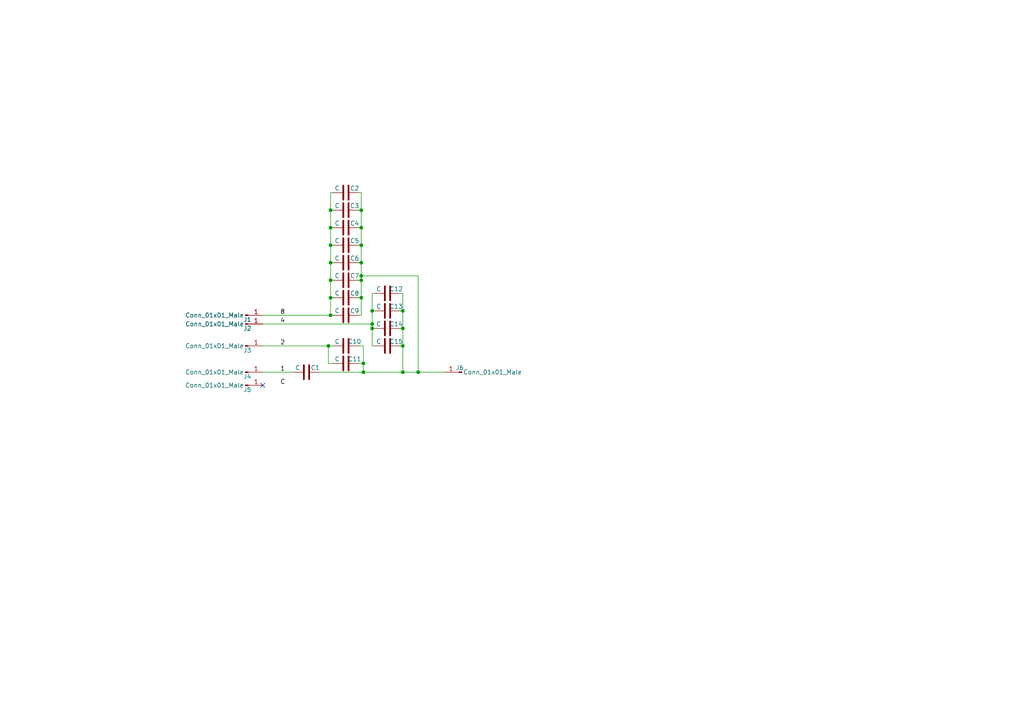
<source format=kicad_sch>
(kicad_sch (version 20211123) (generator eeschema)
  (paper "A4")
  (lib_symbols
    (symbol "Connector:Conn_01x01_Male" (pin_names (offset 1.016) hide)
      (property "Reference" "J" (at 0 2.54 0))
      (property "Value" "Conn_01x01_Male" (at 0 -2.54 0))
      (symbol "Conn_01x01_Male_1_1"
        (polyline (pts (xy 1.27 0) (xy 0.8636 0)) (stroke (width 0.1524)))
        (rectangle (start 0.8636 0.127) (end 0 -0.127) (stroke (width 0.1524)) (fill (type outline)))
        (pin passive line (at 5.08 0 180) (length 3.81) (name "Pin_1") (number "1"))
      )
    )
    (symbol "Device:C" (pin_numbers hide) (pin_names (offset 0.254))
      (property "Reference" "C" (at 0.635 2.54 0))
      (property "Value" "C" (at 0.635 -2.54 0))
      (symbol "C_0_1"
        (polyline (pts (xy -2.032 -0.762) (xy 2.032 -0.762)) (stroke (width 0.508)))
        (polyline (pts (xy -2.032 0.762) (xy 2.032 0.762)) (stroke (width 0.508)))
      )
      (symbol "C_1_1"
        (pin passive line (at 0 3.81 270) (length 2.794) (name "~") (number "1"))
        (pin passive line (at 0 -3.81 90) (length 2.794) (name "~") (number "2"))
      )
    )
  )
  (junction (at 95.885 66.04))
  (junction (at 95.885 86.36))
  (junction (at 116.84 95.25))
  (junction (at 104.775 76.2))
  (junction (at 107.95 95.25))
  (junction (at 104.775 86.36))
  (junction (at 104.775 81.28))
  (junction (at 107.95 93.98))
  (junction (at 95.25 100.33))
  (junction (at 116.84 107.95))
  (junction (at 95.885 76.2))
  (junction (at 95.885 60.96))
  (junction (at 95.885 71.12))
  (junction (at 95.885 91.44))
  (junction (at 95.885 81.28))
  (junction (at 121.285 107.95))
  (junction (at 105.41 105.41))
  (junction (at 104.775 80.01))
  (junction (at 105.41 107.95))
  (junction (at 116.84 90.17))
  (junction (at 116.84 100.33))
  (junction (at 104.775 60.96))
  (junction (at 107.95 90.17))
  (junction (at 104.775 66.04))
  (junction (at 104.775 71.12))
  (no_connect (at 76.2 111.76))
  (wire (pts (xy 104.775 76.2) (xy 104.775 71.12)))
  (wire (pts (xy 107.95 85.09) (xy 107.95 90.17)))
  (wire (pts (xy 96.52 60.96) (xy 95.885 60.96)))
  (wire (pts (xy 116.84 95.25) (xy 116.84 100.33)))
  (wire (pts (xy 95.25 105.41) (xy 95.25 100.33)))
  (wire (pts (xy 95.885 55.88) (xy 95.885 60.96)))
  (wire (pts (xy 104.775 81.28) (xy 104.775 80.01)))
  (wire (pts (xy 104.14 86.36) (xy 104.775 86.36)))
  (wire (pts (xy 104.775 91.44) (xy 104.775 86.36)))
  (wire (pts (xy 104.14 76.2) (xy 104.775 76.2)))
  (wire (pts (xy 104.14 60.96) (xy 104.775 60.96)))
  (wire (pts (xy 95.885 86.36) (xy 95.885 91.44)))
  (wire (pts (xy 95.25 105.41) (xy 96.52 105.41)))
  (wire (pts (xy 104.775 66.04) (xy 104.775 60.96)))
  (wire (pts (xy 96.52 86.36) (xy 95.885 86.36)))
  (wire (pts (xy 104.14 105.41) (xy 105.41 105.41)))
  (wire (pts (xy 92.71 107.95) (xy 105.41 107.95)))
  (wire (pts (xy 116.84 107.95) (xy 121.285 107.95)))
  (wire (pts (xy 104.14 71.12) (xy 104.775 71.12)))
  (wire (pts (xy 104.775 55.88) (xy 104.14 55.88)))
  (wire (pts (xy 107.95 90.17) (xy 107.95 93.98)))
  (wire (pts (xy 95.885 76.2) (xy 95.885 81.28)))
  (wire (pts (xy 121.285 107.95) (xy 121.285 80.01)))
  (wire (pts (xy 95.885 81.28) (xy 95.885 86.36)))
  (wire (pts (xy 116.205 95.25) (xy 116.84 95.25)))
  (wire (pts (xy 104.775 80.01) (xy 104.775 76.2)))
  (wire (pts (xy 76.2 100.33) (xy 95.25 100.33)))
  (wire (pts (xy 95.885 66.04) (xy 95.885 71.12)))
  (wire (pts (xy 108.585 85.09) (xy 107.95 85.09)))
  (wire (pts (xy 104.775 86.36) (xy 104.775 81.28)))
  (wire (pts (xy 96.52 55.88) (xy 95.885 55.88)))
  (wire (pts (xy 105.41 107.95) (xy 116.84 107.95)))
  (wire (pts (xy 105.41 105.41) (xy 105.41 107.95)))
  (wire (pts (xy 96.52 66.04) (xy 95.885 66.04)))
  (wire (pts (xy 107.95 95.25) (xy 107.95 100.33)))
  (wire (pts (xy 104.14 91.44) (xy 104.775 91.44)))
  (wire (pts (xy 96.52 71.12) (xy 95.885 71.12)))
  (wire (pts (xy 107.95 93.98) (xy 107.95 95.25)))
  (wire (pts (xy 116.84 90.17) (xy 116.84 95.25)))
  (wire (pts (xy 104.14 100.33) (xy 105.41 100.33)))
  (wire (pts (xy 104.14 81.28) (xy 104.775 81.28)))
  (wire (pts (xy 95.885 91.44) (xy 96.52 91.44)))
  (wire (pts (xy 116.205 85.09) (xy 116.84 85.09)))
  (wire (pts (xy 104.14 66.04) (xy 104.775 66.04)))
  (wire (pts (xy 116.84 100.33) (xy 116.84 107.95)))
  (wire (pts (xy 104.775 71.12) (xy 104.775 66.04)))
  (wire (pts (xy 96.52 76.2) (xy 95.885 76.2)))
  (wire (pts (xy 116.205 100.33) (xy 116.84 100.33)))
  (wire (pts (xy 107.95 90.17) (xy 108.585 90.17)))
  (wire (pts (xy 121.285 80.01) (xy 104.775 80.01)))
  (wire (pts (xy 95.885 71.12) (xy 95.885 76.2)))
  (wire (pts (xy 95.885 60.96) (xy 95.885 66.04)))
  (wire (pts (xy 76.2 93.98) (xy 107.95 93.98)))
  (wire (pts (xy 121.285 107.95) (xy 128.905 107.95)))
  (wire (pts (xy 116.205 90.17) (xy 116.84 90.17)))
  (wire (pts (xy 107.95 100.33) (xy 108.585 100.33)))
  (wire (pts (xy 76.2 91.44) (xy 95.885 91.44)))
  (wire (pts (xy 104.775 60.96) (xy 104.775 55.88)))
  (wire (pts (xy 76.2 107.95) (xy 85.09 107.95)))
  (wire (pts (xy 96.52 81.28) (xy 95.885 81.28)))
  (wire (pts (xy 116.84 85.09) (xy 116.84 90.17)))
  (wire (pts (xy 107.95 95.25) (xy 108.585 95.25)))
  (wire (pts (xy 96.52 100.33) (xy 95.25 100.33)))
  (wire (pts (xy 105.41 100.33) (xy 105.41 105.41)))
  (label "2" (at 81.28 100.33 0))
  (label "8" (at 81.28 91.44 0))
  (label "1" (at 81.28 107.95 0))
  (label "4" (at 81.28 93.98 0))
  (label "C" (at 81.28 111.76 0))
  (symbol (lib_id "Device:C") (at 112.395 100.33 90) (unit 1)
    (property "Reference" "C15" (at 114.935 99.06 90))
    (property "Value" "C" (at 109.855 99.06 90))
    (property "Footprint" "Capacitor_SMD:C_0402_1005Metric_Pad0.74x0.62mm_HandSolder" (effects hide))
  )
  (symbol (lib_id "Device:C") (at 112.395 85.09 90) (unit 1)
    (property "Reference" "C12" (at 114.935 83.82 90))
    (property "Value" "C" (at 109.855 83.82 90))
    (property "Footprint" "Capacitor_SMD:C_0402_1005Metric_Pad0.74x0.62mm_HandSolder" (effects hide))
  )
  (symbol (lib_id "Device:C") (at 100.33 91.44 90) (unit 1)
    (property "Reference" "C9" (at 102.87 90.17 90))
    (property "Value" "C" (at 97.79 90.17 90))
    (property "Footprint" "Capacitor_SMD:C_0402_1005Metric_Pad0.74x0.62mm_HandSolder" (effects hide))
  )
  (symbol (lib_id "Device:C") (at 100.33 100.33 90) (unit 1)
    (property "Reference" "C10" (at 102.87 99.06 90))
    (property "Value" "C" (at 97.79 99.06 90))
    (property "Footprint" "Capacitor_SMD:C_0402_1005Metric_Pad0.74x0.62mm_HandSolder" (effects hide))
  )
  (symbol (lib_id "Connector:Conn_01x01_Male") (at 133.985 107.95 180) (unit 1)
    (property "Reference" "J6" (at 133.35 106.68 0))
    (property "Value" "Conn_01x01_Male" (at 142.875 107.95 0))
    (property "Footprint" "Connector_PinHeader_2.54mm:PinHeader_1x01_P2.54mm_Vertical" (effects hide))
  )
  (symbol (lib_id "Connector:Conn_01x01_Male") (at 71.12 91.44 0) (unit 1)
    (property "Reference" "J1" (at 71.755 92.71 0))
    (property "Value" "Conn_01x01_Male" (at 62.23 91.44 0))
    (property "Footprint" "Connector_PinHeader_2.54mm:PinHeader_1x01_P2.54mm_Vertical" (effects hide))
  )
  (symbol (lib_id "Device:C") (at 100.33 76.2 90) (unit 1)
    (property "Reference" "C6" (at 102.87 74.93 90))
    (property "Value" "C" (at 97.79 74.93 90))
    (property "Footprint" "Capacitor_SMD:C_0402_1005Metric_Pad0.74x0.62mm_HandSolder" (effects hide))
  )
  (symbol (lib_id "Connector:Conn_01x01_Male") (at 71.12 93.98 0) (unit 1)
    (property "Reference" "J2" (at 71.755 95.25 0))
    (property "Value" "Conn_01x01_Male" (at 62.23 93.98 0))
    (property "Footprint" "Connector_PinHeader_2.54mm:PinHeader_1x01_P2.54mm_Vertical" (effects hide))
  )
  (symbol (lib_id "Connector:Conn_01x01_Male") (at 71.12 100.33 0) (unit 1)
    (property "Reference" "J3" (at 71.755 101.6 0))
    (property "Value" "Conn_01x01_Male" (at 62.23 100.33 0))
    (property "Footprint" "Connector_PinHeader_2.54mm:PinHeader_1x01_P2.54mm_Vertical" (effects hide))
  )
  (symbol (lib_id "Device:C") (at 100.33 60.96 90) (unit 1)
    (property "Reference" "C3" (at 102.87 59.69 90))
    (property "Value" "C" (at 97.79 59.69 90))
    (property "Footprint" "Capacitor_SMD:C_0402_1005Metric_Pad0.74x0.62mm_HandSolder" (effects hide))
  )
  (symbol (lib_id "Device:C") (at 112.395 95.25 90) (unit 1)
    (property "Reference" "C14" (at 114.935 93.98 90))
    (property "Value" "C" (at 109.855 93.98 90))
    (property "Footprint" "Capacitor_SMD:C_0402_1005Metric_Pad0.74x0.62mm_HandSolder" (effects hide))
  )
  (symbol (lib_id "Device:C") (at 100.33 71.12 90) (unit 1)
    (property "Reference" "C5" (at 102.87 69.85 90))
    (property "Value" "C" (at 97.79 69.85 90))
    (property "Footprint" "Capacitor_SMD:C_0402_1005Metric_Pad0.74x0.62mm_HandSolder" (effects hide))
  )
  (symbol (lib_id "Device:C") (at 100.33 66.04 90) (unit 1)
    (property "Reference" "C4" (at 102.87 64.77 90))
    (property "Value" "C" (at 97.79 64.77 90))
    (property "Footprint" "Capacitor_SMD:C_0402_1005Metric_Pad0.74x0.62mm_HandSolder" (effects hide))
  )
  (symbol (lib_id "Connector:Conn_01x01_Male") (at 71.12 111.76 0) (unit 1)
    (property "Reference" "J5" (at 71.755 113.03 0))
    (property "Value" "Conn_01x01_Male" (at 62.23 111.76 0))
    (property "Footprint" "Connector_PinHeader_2.54mm:PinHeader_1x01_P2.54mm_Vertical" (effects hide))
  )
  (symbol (lib_id "Device:C") (at 100.33 81.28 90) (unit 1)
    (property "Reference" "C7" (at 102.87 80.01 90))
    (property "Value" "C" (at 97.79 80.01 90))
    (property "Footprint" "Capacitor_SMD:C_0402_1005Metric_Pad0.74x0.62mm_HandSolder" (effects hide))
  )
  (symbol (lib_id "Device:C") (at 100.33 105.41 90) (unit 1)
    (property "Reference" "C11" (at 102.87 104.14 90))
    (property "Value" "C" (at 97.79 104.14 90))
    (property "Footprint" "Capacitor_SMD:C_0402_1005Metric_Pad0.74x0.62mm_HandSolder" (effects hide))
  )
  (symbol (lib_id "Device:C") (at 100.33 55.88 90) (unit 1)
    (property "Reference" "C2" (at 102.87 54.61 90))
    (property "Value" "C" (at 97.79 54.61 90))
    (property "Footprint" "Capacitor_SMD:C_0402_1005Metric_Pad0.74x0.62mm_HandSolder" (effects hide))
  )
  (symbol (lib_id "Device:C") (at 88.9 107.95 90) (unit 1)
    (property "Reference" "C1" (at 91.44 106.68 90))
    (property "Value" "C" (at 86.36 106.68 90))
    (property "Footprint" "Capacitor_SMD:C_0402_1005Metric_Pad0.74x0.62mm_HandSolder" (effects hide))
  )
  (symbol (lib_id "Connector:Conn_01x01_Male") (at 71.12 107.95 0) (unit 1)
    (property "Reference" "J4" (at 71.755 109.22 0))
    (property "Value" "Conn_01x01_Male" (at 62.23 107.95 0))
    (property "Footprint" "Connector_PinHeader_2.54mm:PinHeader_1x01_P2.54mm_Vertical" (effects hide))
  )
  (symbol (lib_id "Device:C") (at 112.395 90.17 90) (unit 1)
    (property "Reference" "C13" (at 114.935 88.9 90))
    (property "Value" "C" (at 109.855 88.9 90))
    (property "Footprint" "Capacitor_SMD:C_0402_1005Metric_Pad0.74x0.62mm_HandSolder" (effects hide))
  )
  (symbol (lib_id "Device:C") (at 100.33 86.36 90) (unit 1)
    (property "Reference" "C8" (at 102.87 85.09 90))
    (property "Value" "C" (at 97.79 85.09 90))
    (property "Footprint" "Capacitor_SMD:C_0402_1005Metric_Pad0.74x0.62mm_HandSolder" (effects hide))
  )
)
</source>
